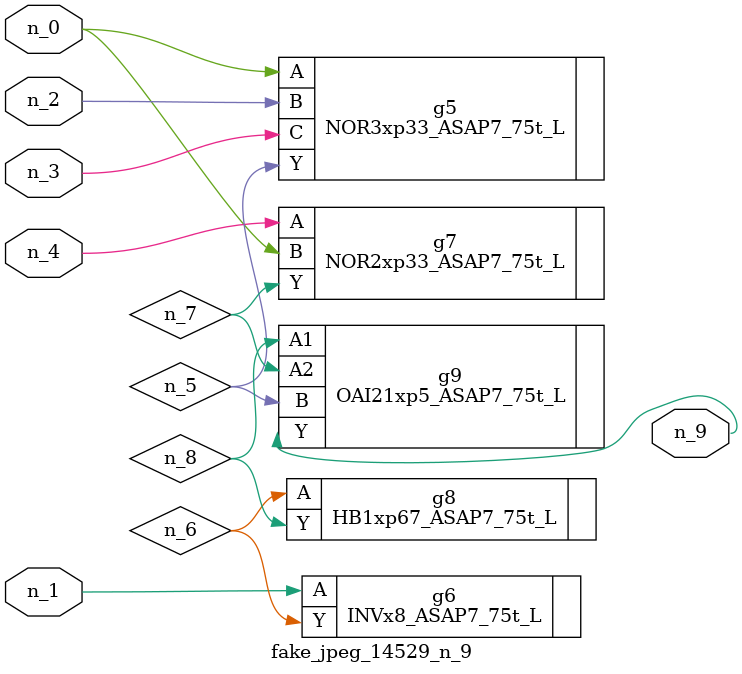
<source format=v>
module fake_jpeg_14529_n_9 (n_3, n_2, n_1, n_0, n_4, n_9);

input n_3;
input n_2;
input n_1;
input n_0;
input n_4;

output n_9;

wire n_8;
wire n_6;
wire n_5;
wire n_7;

NOR3xp33_ASAP7_75t_L g5 ( 
.A(n_0),
.B(n_2),
.C(n_3),
.Y(n_5)
);

INVx8_ASAP7_75t_L g6 ( 
.A(n_1),
.Y(n_6)
);

NOR2xp33_ASAP7_75t_L g7 ( 
.A(n_4),
.B(n_0),
.Y(n_7)
);

HB1xp67_ASAP7_75t_L g8 ( 
.A(n_6),
.Y(n_8)
);

OAI21xp5_ASAP7_75t_L g9 ( 
.A1(n_8),
.A2(n_7),
.B(n_5),
.Y(n_9)
);


endmodule
</source>
